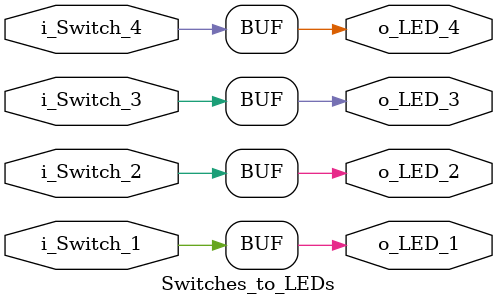
<source format=v>
module Switches_to_LEDs
    (input i_Switch_1, 
     input i_Switch_2, 
     input i_Switch_3, 
     input i_Switch_4, 
     output o_LED_1,
     output o_LED_2,
     output o_LED_3,
     output o_LED_4);

    assign o_LED_1 = i_Switch_1;
    assign o_LED_2 = i_Switch_2;
    assign o_LED_3 = i_Switch_3;
    assign o_LED_4 = i_Switch_4;

endmodule// Switches_to_LEDs
</source>
